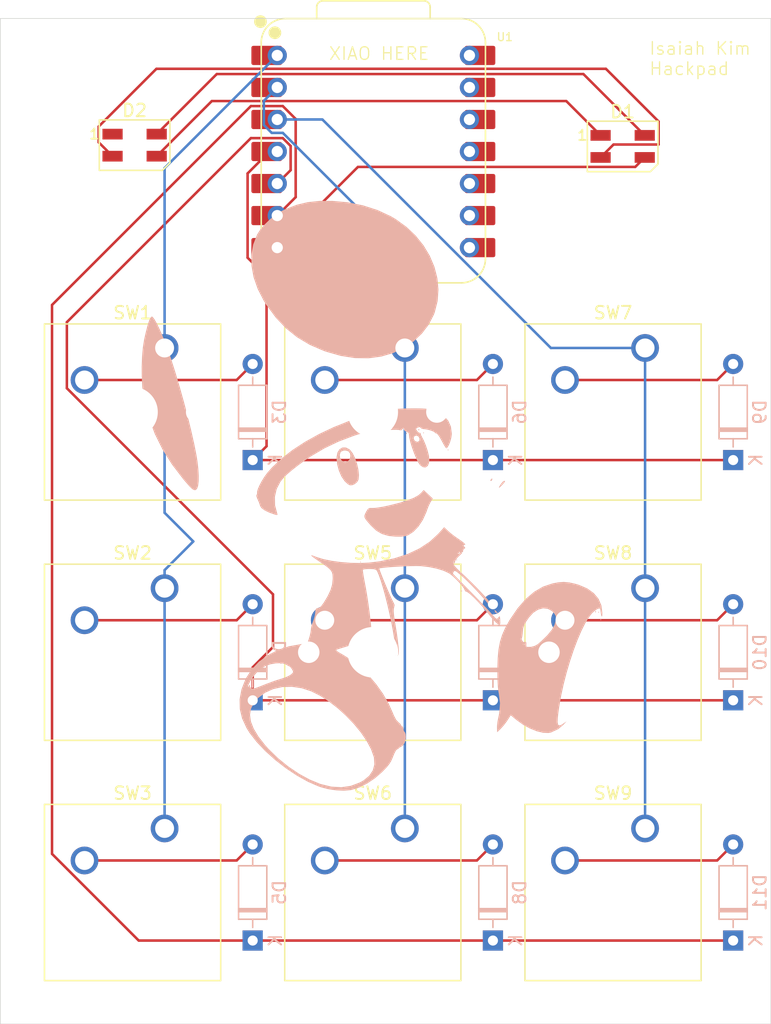
<source format=kicad_pcb>
(kicad_pcb (version 20240108) (generator "pcbnew") (generator_version "8.0")
  (layers (0 "F.Cu" signal) (31 "B.Cu" signal) (34 "B.Paste" user) (35 "F.Paste" user) (36 "B.SilkS" user "B.Silkscreen") (37 "F.SilkS" user "F.Silkscreen") (38 "B.Mask" user) (39 "F.Mask" user) (44 "Edge.Cuts" user))
  (net 0 "")
  (net 1 "Net-(D1-VSS)")
  (net 2 "Net-(D1-DIN)")
  (net 3 "Net-(D1-VDD)")
  (net 4 "Net-(D1-DOUT)")
  (net 6 "Row 1")
  (net 7 "Net-(D3-A)")
  (net 8 "Net-(D4-A)")
  (net 9 "Row 2")
  (net 10 "Row 3")
  (net 11 "Net-(D5-A)")
  (net 12 "Net-(D6-A)")
  (net 13 "Net-(D7-A)")
  (net 14 "Net-(D8-A)")
  (net 15 "Net-(D9-A)")
  (net 16 "Net-(D10-A)")
  (net 17 "Net-(D11-A)")
  (net 18 "Col 1")
  (net 19 "Col 2")
  (net 20 "Col 3")
  (net 22 "GND")
  (net 27 "+5V")
  (footprint "LED_SMD:LED_SK6812MINI_PLCC4_3.5x3.5mm_P1.75mm" (layer "F.Cu") (at 90.65 50.275)
    (property "Reference" "D2" (at 0 -2.75 0) (layer "F.SilkS"))
    (property "Value" "SK6812MINI")
    (fp_text user "1" (at -3.2 -0.875 0) (layer "F.SilkS") (effects (font (size 0.8 0.8))))
    (pad "1" smd rect (at -1.75 -0.875) (size 1.6 0.85) (layers "F.Cu" "F.Paste" "F.Mask"))
    (pad "2" smd rect (at -1.75 0.875) (size 1.6 0.85) (layers "F.Cu" "F.Paste" "F.Mask") (net 1 "Net-(D1-VSS)"))
    (pad "3" smd rect (at 1.75 0.875) (size 1.6 0.85) (layers "F.Cu" "F.Paste" "F.Mask") (net 4 "Net-(D1-DOUT)"))
    (pad "4" smd rect (at 1.75 -0.875) (size 1.6 0.85) (layers "F.Cu" "F.Paste" "F.Mask") (net 3 "Net-(D1-VDD)"))
  )
  (footprint "Button_Switch_Keyboard:SW_Cherry_MX_1.00u_PCB" (layer "F.Cu") (at 93.0275 85.4075)
    (property "Reference" "SW2" (at -2.54 -2.794 0) (layer "F.SilkS"))
    (property "Value" "SW_Push")
    (pad "" np_thru_hole circle (at -7.62 5.08) (size 1.7 1.7) (drill 1.7) (layers "*.Cu" "*.Mask"))
    (pad "" np_thru_hole circle (at -2.54 5.08) (size 4 4) (drill 4) (layers "*.Cu" "*.Mask"))
    (pad "" np_thru_hole circle (at 2.54 5.08) (size 1.7 1.7) (drill 1.7) (layers "*.Cu" "*.Mask"))
    (pad "1" thru_hole circle (at 0 0) (size 2.2 2.2) (drill 1.5) (layers "*.Cu" "*.Mask") (net 18 "Col 1"))
    (pad "2" thru_hole circle (at -6.35 2.54) (size 2.2 2.2) (drill 1.5) (layers "*.Cu" "*.Mask") (net 8 "Net-(D4-A)"))
  )
  (footprint "Hackpad:XIAO-RP2040-DIP" (layer "F.Cu") (at 109.58 50.78)
    (property "Reference" "U1" (at 10.42 -9.08 0) (layer "F.SilkS") (effects (font (size 0.635 0.635) (thickness 0.1016))))
    (property "Value" "XIAO-RP2040-DIP")
    (pad "1" smd roundrect (at -8.455 -7.62 180) (size 2.432 1.524) (layers "F.Cu" "F.Mask") (roundrect_rratio 0.1) (net 18 "Col 1"))
    (pad "1" thru_hole circle (at -7.62 -7.62 180) (size 1.524 1.524) (drill 0.889) (layers "*.Cu" "*.Mask") (net 18 "Col 1"))
    (pad "2" smd roundrect (at -8.455 -5.08 180) (size 2.432 1.524) (layers "F.Cu" "F.Mask") (roundrect_rratio 0.1) (net 19 "Col 2"))
    (pad "2" thru_hole circle (at -7.62 -5.08 180) (size 1.524 1.524) (drill 0.889) (layers "*.Cu" "*.Mask") (net 19 "Col 2"))
    (pad "3" smd roundrect (at -8.455 -2.54 180) (size 2.432 1.524) (layers "F.Cu" "F.Mask") (roundrect_rratio 0.1) (net 20 "Col 3"))
    (pad "3" thru_hole circle (at -7.62 -2.54 180) (size 1.524 1.524) (drill 0.889) (layers "*.Cu" "*.Mask") (net 20 "Col 3"))
    (pad "4" smd roundrect (at -8.455 0 180) (size 2.432 1.524) (layers "F.Cu" "F.Mask") (roundrect_rratio 0.1) (net 6 "Row 1"))
    (pad "4" thru_hole circle (at -7.62 0 180) (size 1.524 1.524) (drill 0.889) (layers "*.Cu" "*.Mask") (net 6 "Row 1"))
    (pad "5" smd roundrect (at -8.455 2.54 180) (size 2.432 1.524) (layers "F.Cu" "F.Mask") (roundrect_rratio 0.1) (net 9 "Row 2"))
    (pad "5" thru_hole circle (at -7.62 2.54 180) (size 1.524 1.524) (drill 0.889) (layers "*.Cu" "*.Mask") (net 9 "Row 2"))
    (pad "6" smd roundrect (at -8.455 5.08 180) (size 2.432 1.524) (layers "F.Cu" "F.Mask") (roundrect_rratio 0.1) (net 10 "Row 3"))
    (pad "6" thru_hole circle (at -7.62 5.08 180) (size 1.524 1.524) (drill 0.889) (layers "*.Cu" "*.Mask") (net 10 "Row 3"))
    (pad "7" smd roundrect (at -8.455 7.62 180) (size 2.432 1.524) (layers "F.Cu" "F.Mask") (roundrect_rratio 0.1) (net 2 "Net-(D1-DIN)"))
    (pad "7" thru_hole circle (at -7.62 7.62 180) (size 1.524 1.524) (drill 0.889) (layers "*.Cu" "*.Mask") (net 2 "Net-(D1-DIN)"))
    (pad "8" thru_hole circle (at 7.62 7.62) (size 1.524 1.524) (drill 0.889) (layers "*.Cu" "*.Mask"))
    (pad "8" smd roundrect (at 8.455 7.62) (size 2.432 1.524) (layers "F.Cu" "F.Mask") (roundrect_rratio 0.1))
    (pad "9" thru_hole circle (at 7.62 5.08) (size 1.524 1.524) (drill 0.889) (layers "*.Cu" "*.Mask"))
    (pad "9" smd roundrect (at 8.455 5.08) (size 2.432 1.524) (layers "F.Cu" "F.Mask") (roundrect_rratio 0.1))
    (pad "10" thru_hole circle (at 7.62 2.54) (size 1.524 1.524) (drill 0.889) (layers "*.Cu" "*.Mask"))
    (pad "10" smd roundrect (at 8.455 2.54) (size 2.432 1.524) (layers "F.Cu" "F.Mask") (roundrect_rratio 0.1))
    (pad "11" thru_hole circle (at 7.62 0) (size 1.524 1.524) (drill 0.889) (layers "*.Cu" "*.Mask"))
    (pad "11" smd roundrect (at 8.455 0) (size 2.432 1.524) (layers "F.Cu" "F.Mask") (roundrect_rratio 0.1))
    (pad "12" thru_hole circle (at 7.62 -2.54) (size 1.524 1.524) (drill 0.889) (layers "*.Cu" "*.Mask"))
    (pad "12" smd roundrect (at 8.455 -2.54) (size 2.432 1.524) (layers "F.Cu" "F.Mask") (roundrect_rratio 0.1))
    (pad "13" thru_hole circle (at 7.62 -5.08) (size 1.524 1.524) (drill 0.889) (layers "*.Cu" "*.Mask") (net 22 "GND"))
    (pad "13" smd roundrect (at 8.455 -5.08) (size 2.432 1.524) (layers "F.Cu" "F.Mask") (roundrect_rratio 0.1) (net 22 "GND"))
    (pad "14" thru_hole circle (at 7.62 -7.62) (size 1.524 1.524) (drill 0.889) (layers "*.Cu" "*.Mask") (net 27 "+5V"))
    (pad "14" smd roundrect (at 8.455 -7.62) (size 2.432 1.524) (layers "F.Cu" "F.Mask") (roundrect_rratio 0.1) (net 27 "+5V"))
  )
  (footprint "Button_Switch_Keyboard:SW_Cherry_MX_1.00u_PCB" (layer "F.Cu") (at 112.0775 85.4075)
    (property "Reference" "SW5" (at -2.54 -2.794 0) (layer "F.SilkS"))
    (property "Value" "SW_Push")
    (pad "" np_thru_hole circle (at -7.62 5.08) (size 1.7 1.7) (drill 1.7) (layers "*.Cu" "*.Mask"))
    (pad "" np_thru_hole circle (at -2.54 5.08) (size 4 4) (drill 4) (layers "*.Cu" "*.Mask"))
    (pad "" np_thru_hole circle (at 2.54 5.08) (size 1.7 1.7) (drill 1.7) (layers "*.Cu" "*.Mask"))
    (pad "1" thru_hole circle (at 0 0) (size 2.2 2.2) (drill 1.5) (layers "*.Cu" "*.Mask") (net 19 "Col 2"))
    (pad "2" thru_hole circle (at -6.35 2.54) (size 2.2 2.2) (drill 1.5) (layers "*.Cu" "*.Mask") (net 13 "Net-(D7-A)"))
  )
  (footprint "Button_Switch_Keyboard:SW_Cherry_MX_1.00u_PCB" (layer "F.Cu") (at 131.1275 66.3575)
    (property "Reference" "SW7" (at -2.54 -2.794 0) (layer "F.SilkS"))
    (property "Value" "SW_Push")
    (pad "" np_thru_hole circle (at -7.62 5.08) (size 1.7 1.7) (drill 1.7) (layers "*.Cu" "*.Mask"))
    (pad "" np_thru_hole circle (at -2.54 5.08) (size 4 4) (drill 4) (layers "*.Cu" "*.Mask"))
    (pad "" np_thru_hole circle (at 2.54 5.08) (size 1.7 1.7) (drill 1.7) (layers "*.Cu" "*.Mask"))
    (pad "1" thru_hole circle (at 0 0) (size 2.2 2.2) (drill 1.5) (layers "*.Cu" "*.Mask") (net 20 "Col 3"))
    (pad "2" thru_hole circle (at -6.35 2.54) (size 2.2 2.2) (drill 1.5) (layers "*.Cu" "*.Mask") (net 15 "Net-(D9-A)"))
  )
  (footprint "Button_Switch_Keyboard:SW_Cherry_MX_1.00u_PCB" (layer "F.Cu") (at 131.1275 104.4575)
    (property "Reference" "SW9" (at -2.54 -2.794 0) (layer "F.SilkS"))
    (property "Value" "SW_Push")
    (pad "" np_thru_hole circle (at -7.62 5.08) (size 1.7 1.7) (drill 1.7) (layers "*.Cu" "*.Mask"))
    (pad "" np_thru_hole circle (at -2.54 5.08) (size 4 4) (drill 4) (layers "F&B.Cu" "*.Mask"))
    (pad "" np_thru_hole circle (at 2.54 5.08) (size 1.7 1.7) (drill 1.7) (layers "*.Cu" "*.Mask"))
    (pad "1" thru_hole circle (at 0 0) (size 2.2 2.2) (drill 1.5) (layers "*.Cu" "*.Mask") (net 20 "Col 3"))
    (pad "2" thru_hole circle (at -6.35 2.54) (size 2.2 2.2) (drill 1.5) (layers "*.Cu" "*.Mask") (net 17 "Net-(D11-A)"))
  )
  (footprint "Button_Switch_Keyboard:SW_Cherry_MX_1.00u_PCB" (layer "F.Cu") (at 112.0775 66.3575)
    (property "Reference" "SW4" (at -2.54 -2.794 0) (layer "F.SilkS"))
    (property "Value" "SW_Push")
    (pad "" np_thru_hole circle (at -7.62 5.08) (size 1.7 1.7) (drill 1.7) (layers "*.Cu" "*.Mask"))
    (pad "" np_thru_hole circle (at -2.54 5.08) (size 4 4) (drill 4) (layers "*.Cu" "*.Mask"))
    (pad "" np_thru_hole circle (at 2.54 5.08) (size 1.7 1.7) (drill 1.7) (layers "*.Cu" "*.Mask"))
    (pad "1" thru_hole circle (at 0 0) (size 2.2 2.2) (drill 1.5) (layers "*.Cu" "*.Mask") (net 19 "Col 2"))
    (pad "2" thru_hole circle (at -6.35 2.54) (size 2.2 2.2) (drill 1.5) (layers "*.Cu" "*.Mask") (net 12 "Net-(D6-A)"))
  )
  (footprint "Button_Switch_Keyboard:SW_Cherry_MX_1.00u_PCB" (layer "F.Cu") (at 93.0275 104.4575)
    (property "Reference" "SW3" (at -2.54 -2.794 0) (layer "F.SilkS"))
    (property "Value" "SW_Push")
    (pad "" np_thru_hole circle (at -7.62 5.08) (size 1.7 1.7) (drill 1.7) (layers "*.Cu" "*.Mask"))
    (pad "" np_thru_hole circle (at -2.54 5.08) (size 4 4) (drill 4) (layers "*.Cu" "*.Mask"))
    (pad "" np_thru_hole circle (at 2.54 5.08) (size 1.7 1.7) (drill 1.7) (layers "*.Cu" "*.Mask"))
    (pad "1" thru_hole circle (at 0 0) (size 2.2 2.2) (drill 1.5) (layers "*.Cu" "*.Mask") (net 18 "Col 1"))
    (pad "2" thru_hole circle (at -6.35 2.54) (size 2.2 2.2) (drill 1.5) (layers "*.Cu" "*.Mask") (net 11 "Net-(D5-A)"))
  )
  (footprint "Button_Switch_Keyboard:SW_Cherry_MX_1.00u_PCB" (layer "F.Cu") (at 131.1275 85.4075)
    (property "Reference" "SW8" (at -2.54 -2.794 0) (layer "F.SilkS"))
    (property "Value" "SW_Push")
    (pad "" np_thru_hole circle (at -7.62 5.08) (size 1.7 1.7) (drill 1.7) (layers "*.Cu" "*.Mask"))
    (pad "" np_thru_hole circle (at -2.54 5.08) (size 4 4) (drill 4) (layers "*.Cu" "*.Mask"))
    (pad "" np_thru_hole circle (at 2.54 5.08) (size 1.7 1.7) (drill 1.7) (layers "*.Cu" "*.Mask"))
    (pad "1" thru_hole circle (at 0 0) (size 2.2 2.2) (drill 1.5) (layers "*.Cu" "*.Mask") (net 20 "Col 3"))
    (pad "2" thru_hole circle (at -6.35 2.54) (size 2.2 2.2) (drill 1.5) (layers "*.Cu" "*.Mask") (net 16 "Net-(D10-A)"))
  )
  (footprint "Button_Switch_Keyboard:SW_Cherry_MX_1.00u_PCB" (layer "F.Cu") (at 93.0275 66.3575)
    (property "Reference" "SW1" (at -2.54 -2.794 0) (layer "F.SilkS"))
    (property "Value" "SW_Push")
    (pad "" np_thru_hole circle (at -7.62 5.08) (size 1.7 1.7) (drill 1.7) (layers "*.Cu" "*.Mask"))
    (pad "" np_thru_hole circle (at -2.54 5.08) (size 4 4) (drill 4) (layers "*.Cu" "*.Mask"))
    (pad "" np_thru_hole circle (at 2.54 5.08) (size 1.7 1.7) (drill 1.7) (layers "*.Cu" "*.Mask"))
    (pad "1" thru_hole circle (at 0 0) (size 2.2 2.2) (drill 1.5) (layers "*.Cu" "*.Mask") (net 18 "Col 1"))
    (pad "2" thru_hole circle (at -6.35 2.54) (size 2.2 2.2) (drill 1.5) (layers "*.Cu" "*.Mask") (net 7 "Net-(D3-A)"))
  )
  (footprint "Button_Switch_Keyboard:SW_Cherry_MX_1.00u_PCB" (layer "F.Cu") (at 112.0775 104.4575)
    (property "Reference" "SW6" (at -2.54 -2.794 0) (layer "F.SilkS"))
    (property "Value" "SW_Push")
    (pad "" np_thru_hole circle (at -7.62 5.08) (size 1.7 1.7) (drill 1.7) (layers "*.Cu" "*.Mask"))
    (pad "" np_thru_hole circle (at -2.54 5.08) (size 4 4) (drill 4) (layers "F&B.Cu" "*.Mask"))
    (pad "" np_thru_hole circle (at 2.54 5.08) (size 1.7 1.7) (drill 1.7) (layers "*.Cu" "*.Mask"))
    (pad "1" thru_hole circle (at 0 0) (size 2.2 2.2) (drill 1.5) (layers "*.Cu" "*.Mask") (net 19 "Col 2"))
    (pad "2" thru_hole circle (at -6.35 2.54) (size 2.2 2.2) (drill 1.5) (layers "*.Cu" "*.Mask") (net 14 "Net-(D8-A)"))
  )
  (footprint "LED_SMD:LED_SK6812MINI_PLCC4_3.5x3.5mm_P1.75mm" (layer "F.Cu") (at 129.35 50.375)
    (property "Reference" "D1" (at 0 -2.75 0) (layer "F.SilkS"))
    (property "Value" "SK6812MINI")
    (fp_text user "1" (at -3.2 -0.875 0) (layer "F.SilkS") (effects (font (size 0.8 0.8))))
    (pad "1" smd rect (at -1.75 -0.875) (size 1.6 0.85) (layers "F.Cu" "F.Paste" "F.Mask") (net 4 "Net-(D1-DOUT)"))
    (pad "2" smd rect (at -1.75 0.875) (size 1.6 0.85) (layers "F.Cu" "F.Paste" "F.Mask") (net 1 "Net-(D1-VSS)"))
    (pad "3" smd rect (at 1.75 0.875) (size 1.6 0.85) (layers "F.Cu" "F.Paste" "F.Mask") (net 2 "Net-(D1-DIN)"))
    (pad "4" smd rect (at 1.75 -0.875) (size 1.6 0.85) (layers "F.Cu" "F.Paste" "F.Mask") (net 3 "Net-(D1-VDD)"))
  )
  (footprint "Diode_THT:D_DO-35_SOD27_P7.62mm_Horizontal" (layer "B.Cu") (at 119.0625 113.3475 90)
    (property "Reference" "D8" (at 3.81 2.12 90) (layer "B.SilkS") (effects (justify mirror)))
    (property "Value" "D")
    (fp_text user "K" (at 0 1.8 90) (layer "B.SilkS") (effects (justify mirror)))
    (pad "1" thru_hole rect (at 0 0 90) (size 1.6 1.6) (drill 0.8) (layers "*.Cu" "*.Mask") (net 10 "Row 3"))
    (pad "2" thru_hole oval (at 7.62 0 90) (size 1.6 1.6) (drill 0.8) (layers "*.Cu" "*.Mask") (net 14 "Net-(D8-A)"))
  )
  (footprint "Diode_THT:D_DO-35_SOD27_P7.62mm_Horizontal" (layer "B.Cu") (at 119.0625 75.2475 90)
    (property "Reference" "D6" (at 3.81 2.12 90) (layer "B.SilkS") (effects (justify mirror)))
    (property "Value" "D")
    (fp_text user "K" (at 0 1.8 90) (layer "B.SilkS") (effects (justify mirror)))
    (pad "1" thru_hole rect (at 0 0 90) (size 1.6 1.6) (drill 0.8) (layers "*.Cu" "*.Mask") (net 6 "Row 1"))
    (pad "2" thru_hole oval (at 7.62 0 90) (size 1.6 1.6) (drill 0.8) (layers "*.Cu" "*.Mask") (net 12 "Net-(D6-A)"))
  )
  (footprint "LOGO" (layer "B.Cu") (at 109.5375 77.7875 180)
    (property "Reference" "G***" (hide yes))
    (property "Value" "LOGO" (hide yes))
  )
  (footprint "Diode_THT:D_DO-35_SOD27_P7.62mm_Horizontal" (layer "B.Cu") (at 138.1125 75.2475 90)
    (property "Reference" "D9" (at 3.81 2.12 90) (layer "B.SilkS") (effects (justify mirror)))
    (property "Value" "D")
    (fp_text user "K" (at 0 1.8 90) (layer "B.SilkS") (effects (justify mirror)))
    (pad "1" thru_hole rect (at 0 0 90) (size 1.6 1.6) (drill 0.8) (layers "*.Cu" "*.Mask") (net 6 "Row 1"))
    (pad "2" thru_hole oval (at 7.62 0 90) (size 1.6 1.6) (drill 0.8) (layers "*.Cu" "*.Mask") (net 15 "Net-(D9-A)"))
  )
  (footprint "Diode_THT:D_DO-35_SOD27_P7.62mm_Horizontal" (layer "B.Cu") (at 100.0125 94.2975 90)
    (property "Reference" "D4" (at 3.81 2.12 90) (layer "B.SilkS") (effects (justify mirror)))
    (property "Value" "D")
    (fp_text user "K" (at 0 1.8 90) (layer "B.SilkS") (effects (justify mirror)))
    (pad "1" thru_hole rect (at 0 0 90) (size 1.6 1.6) (drill 0.8) (layers "*.Cu" "*.Mask") (net 9 "Row 2"))
    (pad "2" thru_hole oval (at 7.62 0 90) (size 1.6 1.6) (drill 0.8) (layers "*.Cu" "*.Mask") (net 8 "Net-(D4-A)"))
  )
  (footprint "Diode_THT:D_DO-35_SOD27_P7.62mm_Horizontal" (layer "B.Cu") (at 119.0625 94.2975 90)
    (property "Reference" "D7" (at 3.81 2.12 90) (layer "B.SilkS") (effects (justify mirror)))
    (property "Value" "D")
    (fp_text user "K" (at 0 1.8 90) (layer "B.SilkS") (effects (justify mirror)))
    (pad "1" thru_hole rect (at 0 0 90) (size 1.6 1.6) (drill 0.8) (layers "*.Cu" "*.Mask") (net 9 "Row 2"))
    (pad "2" thru_hole oval (at 7.62 0 90) (size 1.6 1.6) (drill 0.8) (layers "*.Cu" "*.Mask") (net 13 "Net-(D7-A)"))
  )
  (footprint "Diode_THT:D_DO-35_SOD27_P7.62mm_Horizontal" (layer "B.Cu") (at 138.1125 113.3475 90)
    (property "Reference" "D11" (at 3.81 2.12 90) (layer "B.SilkS") (effects (justify mirror)))
    (property "Value" "D")
    (fp_text user "K" (at 0 1.8 90) (layer "B.SilkS") (effects (justify mirror)))
    (pad "1" thru_hole rect (at 0 0 90) (size 1.6 1.6) (drill 0.8) (layers "*.Cu" "*.Mask") (net 10 "Row 3"))
    (pad "2" thru_hole oval (at 7.62 0 90) (size 1.6 1.6) (drill 0.8) (layers "*.Cu" "*.Mask") (net 17 "Net-(D11-A)"))
  )
  (footprint "Diode_THT:D_DO-35_SOD27_P7.62mm_Horizontal" (layer "B.Cu") (at 100.0125 75.2475 90)
    (property "Reference" "D3" (at 3.81 2.12 90) (layer "B.SilkS") (effects (justify mirror)))
    (property "Value" "D")
    (fp_text user "K" (at 0 1.8 90) (layer "B.SilkS") (effects (justify mirror)))
    (pad "1" thru_hole rect (at 0 0 90) (size 1.6 1.6) (drill 0.8) (layers "*.Cu" "*.Mask") (net 6 "Row 1"))
    (pad "2" thru_hole oval (at 7.62 0 90) (size 1.6 1.6) (drill 0.8) (layers "*.Cu" "*.Mask") (net 7 "Net-(D3-A)"))
  )
  (footprint "Diode_THT:D_DO-35_SOD27_P7.62mm_Horizontal" (layer "B.Cu") (at 100.0125 113.3475 90)
    (property "Reference" "D5" (at 3.81 2.12 90) (layer "B.SilkS") (effects (justify mirror)))
    (property "Value" "D")
    (fp_text user "K" (at 0 1.8 90) (layer "B.SilkS") (effects (justify mirror)))
    (pad "1" thru_hole rect (at 0 0 90) (size 1.6 1.6) (drill 0.8) (layers "*.Cu" "*.Mask") (net 10 "Row 3"))
    (pad "2" thru_hole oval (at 7.62 0 90) (size 1.6 1.6) (drill 0.8) (layers "*.Cu" "*.Mask") (net 11 "Net-(D5-A)"))
  )
  (footprint "Diode_THT:D_DO-35_SOD27_P7.62mm_Horizontal" (layer "B.Cu") (at 138.1125 94.2975 90)
    (property "Reference" "D10" (at 3.81 2.12 90) (layer "B.SilkS") (effects (justify mirror)))
    (property "Value" "D")
    (fp_text user "K" (at 0 1.8 90) (layer "B.SilkS") (effects (justify mirror)))
    (pad "1" thru_hole rect (at 0 0 90) (size 1.6 1.6) (drill 0.8) (layers "*.Cu" "*.Mask") (net 9 "Row 2"))
    (pad "2" thru_hole oval (at 7.62 0 90) (size 1.6 1.6) (drill 0.8) (layers "*.Cu" "*.Mask") (net 16 "Net-(D10-A)"))
  )
  (gr_rect (start 80 40.234) (end 141.1 119.9625) (stroke (width 0.05)) (fill none) (layer "Edge.Cuts"))
  (gr_text "Isaiah Kim\nHackpad" (at 131.4 44.8 0) (layer "F.SilkS") (effects (font (size 1 1) (thickness 0.1)) (justify left bottom)))
  (gr_text "XIAO HERE\n" (at 106 43.6 0) (layer "F.SilkS") (effects (font (size 1 1) (thickness 0.1)) (justify left bottom)))
  (segment (start 92.378 44.222) (end 87.8 48.8) (width 0.2) (layer "F.Cu") (net 1))
  (segment (start 87.8 50.05) (end 88.9 51.15) (width 0.2) (layer "F.Cu") (net 1))
  (segment (start 128.022 44.222) (end 92.378 44.222) (width 0.2) (layer "F.Cu") (net 1))
  (segment (start 87.8 48.8) (end 87.8 50.05) (width 0.2) (layer "F.Cu") (net 1))
  (segment (start 132.2 48.4) (end 128.022 44.222) (width 0.2) (layer "F.Cu") (net 1))
  (segment (start 132.2 50.225) (end 132.2 48.4) (width 0.2) (layer "F.Cu") (net 1))
  (segment (start 128.625 50.225) (end 132.2 50.225) (width 0.2) (layer "F.Cu") (net 1))
  (segment (start 127.6 51.25) (end 128.625 50.225) (width 0.2) (layer "F.Cu") (net 1))
  (segment (start 101.96 58.4) (end 108.36 52) (width 0.2) (layer "F.Cu") (net 2))
  (segment (start 130.35 52) (end 131.1 51.25) (width 0.2) (layer "F.Cu") (net 2))
  (segment (start 108.36 52) (end 130.35 52) (width 0.2) (layer "F.Cu") (net 2))
  (segment (start 126.238 44.638) (end 97.162 44.638) (width 0.2) (layer "F.Cu") (net 3))
  (segment (start 97.162 44.638) (end 92.4 49.4) (width 0.2) (layer "F.Cu") (net 3))
  (segment (start 131.1 49.5) (end 126.238 44.638) (width 0.2) (layer "F.Cu") (net 3))
  (segment (start 96.772 46.778) (end 92.4 51.15) (width 0.2) (layer "F.Cu") (net 4))
  (segment (start 127.6 49.5) (end 124.878 46.778) (width 0.2) (layer "F.Cu") (net 4))
  (segment (start 124.878 46.778) (end 96.772 46.778) (width 0.2) (layer "F.Cu") (net 4))
  (segment (start 100.0125 75.2475) (end 138.1125 75.2475) (width 0.2) (layer "F.Cu") (net 6))
  (segment (start 101.1125 74.1475) (end 101.1125 60.704714) (width 0.2) (layer "F.Cu") (net 6))
  (segment (start 101.347786 50.78) (end 101.96 50.78) (width 0.2) (layer "F.Cu") (net 6))
  (segment (start 99.609 59.201214) (end 99.609 52.518786) (width 0.2) (layer "F.Cu") (net 6))
  (segment (start 99.609 52.518786) (end 101.347786 50.78) (width 0.2) (layer "F.Cu") (net 6))
  (segment (start 100.0125 75.2475) (end 101.1125 74.1475) (width 0.2) (layer "F.Cu") (net 6))
  (segment (start 101.1125 60.704714) (end 99.609 59.201214) (width 0.2) (layer "F.Cu") (net 6))
  (segment (start 86.6775 68.8975) (end 98.7425 68.8975) (width 0.2) (layer "F.Cu") (net 7))
  (segment (start 98.7425 68.8975) (end 100.0125 67.6275) (width 0.2) (layer "F.Cu") (net 7))
  (segment (start 86.6775 87.9475) (end 98.7425 87.9475) (width 0.2) (layer "F.Cu") (net 8))
  (segment (start 98.7425 87.9475) (end 100.0125 86.6775) (width 0.2) (layer "F.Cu") (net 8))
  (segment (start 100.0125 94.2975) (end 100.0125 91.682601) (width 0.2) (layer "F.Cu") (net 9))
  (segment (start 101.621699 85.895101) (end 85.2775 69.550902) (width 0.2) (layer "F.Cu") (net 9))
  (segment (start 99.869786 49.718) (end 102.399895 49.718) (width 0.2) (layer "F.Cu") (net 9))
  (segment (start 103.022 52.258) (end 101.96 53.32) (width 0.2) (layer "F.Cu") (net 9))
  (segment (start 103.022 50.340105) (end 103.022 52.258) (width 0.2) (layer "F.Cu") (net 9))
  (segment (start 85.2775 64.310286) (end 99.869786 49.718) (width 0.2) (layer "F.Cu") (net 9))
  (segment (start 85.2775 69.550902) (end 85.2775 64.310286) (width 0.2) (layer "F.Cu") (net 9))
  (segment (start 100.0125 94.2975) (end 138.1125 94.2975) (width 0.2) (layer "F.Cu") (net 9))
  (segment (start 100.0125 91.682601) (end 101.621699 90.073402) (width 0.2) (layer "F.Cu") (net 9))
  (segment (start 102.399895 49.718) (end 103.022 50.340105) (width 0.2) (layer "F.Cu") (net 9))
  (segment (start 101.621699 90.073402) (end 101.621699 85.895101) (width 0.2) (layer "F.Cu") (net 9))
  (segment (start 100.0125 113.3475) (end 138.1125 113.3475) (width 0.2) (layer "F.Cu") (net 10))
  (segment (start 90.974098 113.3475) (end 84.1 106.473402) (width 0.2) (layer "F.Cu") (net 10))
  (segment (start 100.0125 113.3475) (end 90.974098 113.3475) (width 0.2) (layer "F.Cu") (net 10))
  (segment (start 102.399895 47.178) (end 103.422 48.200105) (width 0.2) (layer "F.Cu") (net 10))
  (segment (start 99.869786 47.178) (end 102.399895 47.178) (width 0.2) (layer "F.Cu") (net 10))
  (segment (start 103.422 54.398) (end 101.96 55.86) (width 0.2) (layer "F.Cu") (net 10))
  (segment (start 103.422 48.200105) (end 103.422 54.398) (width 0.2) (layer "F.Cu") (net 10))
  (segment (start 84.1 62.947786) (end 99.869786 47.178) (width 0.2) (layer "F.Cu") (net 10))
  (segment (start 84.1 106.473402) (end 84.1 62.947786) (width 0.2) (layer "F.Cu") (net 10))
  (segment (start 86.6775 106.9975) (end 98.7425 106.9975) (width 0.2) (layer "F.Cu") (net 11))
  (segment (start 98.7425 106.9975) (end 100.0125 105.7275) (width 0.2) (layer "F.Cu") (net 11))
  (segment (start 117.7925 68.8975) (end 119.0625 67.6275) (width 0.2) (layer "F.Cu") (net 12))
  (segment (start 105.7275 68.8975) (end 117.7925 68.8975) (width 0.2) (layer "F.Cu") (net 12))
  (segment (start 117.7925 87.9475) (end 119.0625 86.6775) (width 0.2) (layer "F.Cu") (net 13))
  (segment (start 105.7275 87.9475) (end 117.7925 87.9475) (width 0.2) (layer "F.Cu") (net 13))
  (segment (start 117.7925 106.9975) (end 119.0625 105.7275) (width 0.2) (layer "F.Cu") (net 14))
  (segment (start 105.7275 106.9975) (end 117.7925 106.9975) (width 0.2) (layer "F.Cu") (net 14))
  (segment (start 136.8425 68.8975) (end 138.1125 67.6275) (width 0.2) (layer "F.Cu") (net 15))
  (segment (start 124.7775 68.8975) (end 136.8425 68.8975) (width 0.2) (layer "F.Cu") (net 15))
  (segment (start 136.8425 87.9475) (end 138.1125 86.6775) (width 0.2) (layer "F.Cu") (net 16))
  (segment (start 124.7775 87.9475) (end 136.8425 87.9475) (width 0.2) (layer "F.Cu") (net 16))
  (segment (start 124.7775 106.9975) (end 136.8425 106.9975) (width 0.2) (layer "F.Cu") (net 17))
  (segment (start 136.8425 106.9975) (end 138.1125 105.7275) (width 0.2) (layer "F.Cu") (net 17))
  (segment (start 95.3 81.7) (end 93.0275 83.9725) (width 0.2) (layer "B.Cu") (net 18))
  (segment (start 93.0275 66.3575) (end 93.0275 52.0925) (width 0.2) (layer "B.Cu") (net 18))
  (segment (start 93.0275 52.0925) (end 101.96 43.16) (width 0.2) (layer "B.Cu") (net 18))
  (segment (start 93.0275 66.3575) (end 93.0275 79.4275) (width 0.2) (layer "B.Cu") (net 18))
  (segment (start 93.0275 83.9725) (end 93.0275 104.4575) (width 0.2) (layer "B.Cu") (net 18))
  (segment (start 93.0275 79.4275) (end 95.3 81.7) (width 0.2) (layer "B.Cu") (net 18))
  (segment (start 112.0775 66.3575) (end 112.0775 58.979605) (width 0.2) (layer "B.Cu") (net 19))
  (segment (start 100.898 48.679895) (end 100.898 46.762) (width 0.2) (layer "B.Cu") (net 19))
  (segment (start 102.399895 49.302) (end 101.520105 49.302) (width 0.2) (layer "B.Cu") (net 19))
  (segment (start 112.0775 58.979605) (end 102.399895 49.302) (width 0.2) (layer "B.Cu") (net 19))
  (segment (start 112.0775 66.3575) (end 112.0775 104.4575) (width 0.2) (layer "B.Cu") (net 19))
  (segment (start 101.520105 49.302) (end 100.898 48.679895) (width 0.2) (layer "B.Cu") (net 19))
  (segment (start 100.898 46.762) (end 101.96 45.7) (width 0.2) (layer "B.Cu") (net 19))
  (segment (start 131.1275 66.3575) (end 131.1275 104.4575) (width 0.2) (layer "B.Cu") (net 20))
  (segment (start 105.538105 48.24) (end 101.96 48.24) (width 0.2) (layer "B.Cu") (net 20))
  (segment (start 123.655605 66.3575) (end 105.538105 48.24) (width 0.2) (layer "B.Cu") (net 20))
  (segment (start 131.1275 66.3575) (end 123.655605 66.3575) (width 0.2) (layer "B.Cu") (net 20))
)
</source>
